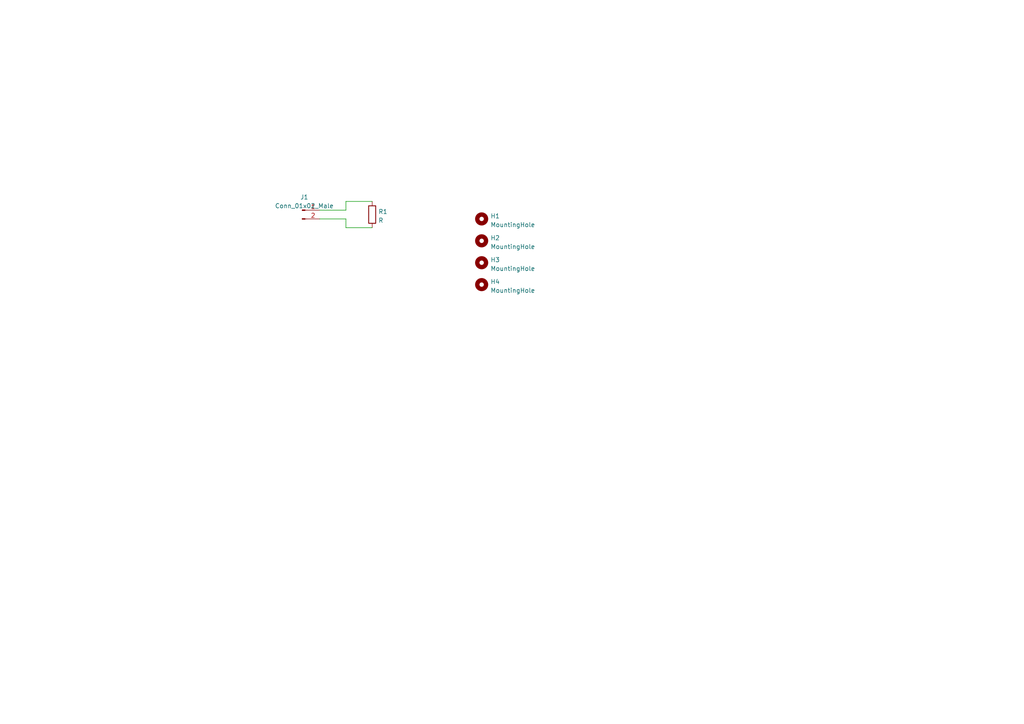
<source format=kicad_sch>
(kicad_sch (version 20230121) (generator eeschema)
  (paper "A4")
  (lib_symbols
    (symbol "Connector:Conn_01x02_Male" (pin_names (offset 1.016) hide)
      (property "Reference" "J" (at 0 2.54 0))
      (property "Value" "Conn_01x02_Male" (at 0 -5.08 0))
      (symbol "Conn_01x02_Male_1_1"
        (polyline (pts (xy 1.27 -2.54) (xy 0.8636 -2.54)) (stroke (width 0.1524)))
        (polyline (pts (xy 1.27 0) (xy 0.8636 0)) (stroke (width 0.1524)))
        (rectangle (start 0.8636 -2.413) (end 0 -2.667) (stroke (width 0.1524)) (fill (type outline)))
        (rectangle (start 0.8636 0.127) (end 0 -0.127) (stroke (width 0.1524)) (fill (type outline)))
        (pin passive line (at 5.08 0 180) (length 3.81) (name "Pin_1") (number "1"))
        (pin passive line (at 5.08 -2.54 180) (length 3.81) (name "Pin_2") (number "2"))
      )
    )
    (symbol "Device:R" (pin_numbers hide) (pin_names (offset 0))
      (property "Reference" "R" (at 2.032 0 90))
      (property "Value" "R" (at 0 0 90))
      (symbol "R_0_1"
        (rectangle (start -1.016 -2.54) (end 1.016 2.54) (stroke (width 0.254)))
      )
      (symbol "R_1_1"
        (pin passive line (at 0 3.81 270) (length 1.27) (name "~") (number "1"))
        (pin passive line (at 0 -3.81 90) (length 1.27) (name "~") (number "2"))
      )
    )
    (symbol "Mechanical:MountingHole" (pin_names (offset 1.016))
      (property "Reference" "H" (at 0 5.08 0))
      (property "Value" "MountingHole" (at 0 3.175 0))
      (symbol "MountingHole_0_1"
        (circle (center 0 0) (radius 1.27) (stroke (width 1.27)))
      )
    )
  )
  (wire (pts (xy 100.33 60.96) (xy 100.33 58.42)))
  (wire (pts (xy 100.33 58.42) (xy 107.95 58.42)))
  (wire (pts (xy 100.33 66.04) (xy 107.95 66.04)))
  (wire (pts (xy 92.71 60.96) (xy 100.33 60.96)))
  (wire (pts (xy 100.33 63.5) (xy 100.33 66.04)))
  (wire (pts (xy 92.71 63.5) (xy 100.33 63.5)))
  (symbol (lib_id "Device:R") (at 107.95 62.23 0) (unit 1)
    (property "Reference" "R1" (at 109.728 61.3953 0) (effects (justify left)))
    (property "Value" "R" (at 109.728 63.9322 0) (effects (justify left)))
    (property "Footprint" "Resistor_SMD:R_1206_3216Metric_Pad1.30x1.75mm_HandSolder" (effects hide))
  )
  (symbol (lib_id "Mechanical:MountingHole") (at 139.7 76.2 0) (unit 1)
    (property "Reference" "H3" (at 142.24 75.3653 0) (effects (justify left)))
    (property "Value" "MountingHole" (at 142.24 77.9022 0) (effects (justify left)))
    (property "Footprint" "MountingHole:MountingHole_2.5mm" (effects hide))
  )
  (symbol (lib_id "Mechanical:MountingHole") (at 139.7 69.85 0) (unit 1)
    (property "Reference" "H2" (at 142.24 69.0153 0) (effects (justify left)))
    (property "Value" "MountingHole" (at 142.24 71.5522 0) (effects (justify left)))
    (property "Footprint" "MountingHole:MountingHole_2.5mm" (effects hide))
  )
  (symbol (lib_id "Mechanical:MountingHole") (at 139.7 63.5 0) (unit 1)
    (property "Reference" "H1" (at 142.24 62.6653 0) (effects (justify left)))
    (property "Value" "MountingHole" (at 142.24 65.2022 0) (effects (justify left)))
    (property "Footprint" "MountingHole:MountingHole_2.5mm" (effects hide))
  )
  (symbol (lib_id "Mechanical:MountingHole") (at 139.7 82.55 0) (unit 1)
    (property "Reference" "H4" (at 142.24 81.7153 0) (effects (justify left)))
    (property "Value" "MountingHole" (at 142.24 84.2522 0) (effects (justify left)))
    (property "Footprint" "MountingHole:MountingHole_2.5mm" (effects hide))
  )
  (symbol (lib_id "Connector:Conn_01x02_Male") (at 87.63 60.96 0) (unit 1)
    (property "Reference" "J1" (at 88.265 57.184 0))
    (property "Value" "Conn_01x02_Male" (at 88.265 59.7209 0))
    (property "Footprint" "HPfootprint:HEATER_CONTACT" (effects hide))
  )
)
</source>
